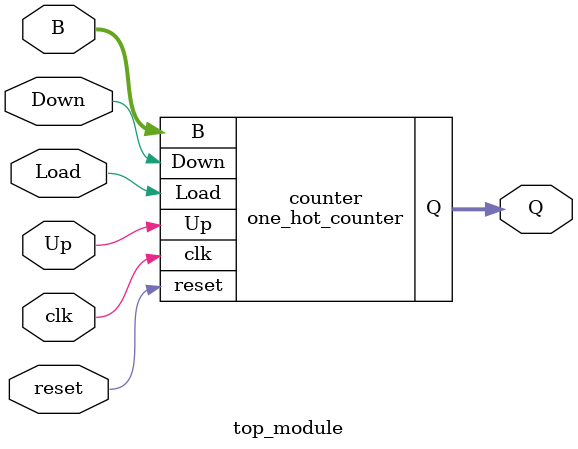
<source format=v>
module binary_to_onehot (
    input [2:0] B,
    output reg [7:0] Y
);

always @(*) begin
    case(B)
        3'b000: Y = 8'b00000001;
        3'b001: Y = 8'b00000010;
        3'b010: Y = 8'b00000100;
        3'b011: Y = 8'b00001000;
        3'b100: Y = 8'b00010000;
        3'b101: Y = 8'b00100000;
        3'b110: Y = 8'b01000000;
        3'b111: Y = 8'b10000000;
    endcase
end

endmodule

module up_down_counter (
    input clk,
    input reset,
    input Up,
    input Down,
    input Load,
    input [7:0] D,
    output reg [7:0] Q
);

reg [7:0] next_Q;

always @(posedge clk) begin
    if(reset) begin
        Q <= 8'b00000000;
    end else if(Load) begin
        Q <= D;
    end else if(Up) begin
        next_Q = Q + 1;
        Q <= next_Q;
    end else if(Down) begin
        next_Q = Q - 1;
        Q <= next_Q;
    end
end

endmodule

module one_hot_counter (
    input clk,
    input reset,
    input [2:0] B,
    input Up,
    input Down,
    input Load,
    output reg [7:0] Q
);

wire [7:0] onehot;
wire [7:0] next_onehot;

binary_to_onehot converter(
    .B(B),
    .Y(onehot)
);

up_down_counter counter(
    .clk(clk),
    .reset(reset),
    .Up(Up),
    .Down(Down),
    .Load(Load),
    .D(onehot),
    .Q(next_onehot)
);

always @(posedge clk) begin
    if(reset) begin
        Q <= 8'b00000000;
    end else begin
        Q <= next_onehot;
    end
end

endmodule

module top_module (
    input clk,
    input reset,
    input [2:0] B,
    input Up,
    input Down,
    input Load,
    output reg [7:0] Q
);

one_hot_counter counter(
    .clk(clk),
    .reset(reset),
    .B(B),
    .Up(Up),
    .Down(Down),
    .Load(Load),
    .Q(Q)
);

endmodule
</source>
